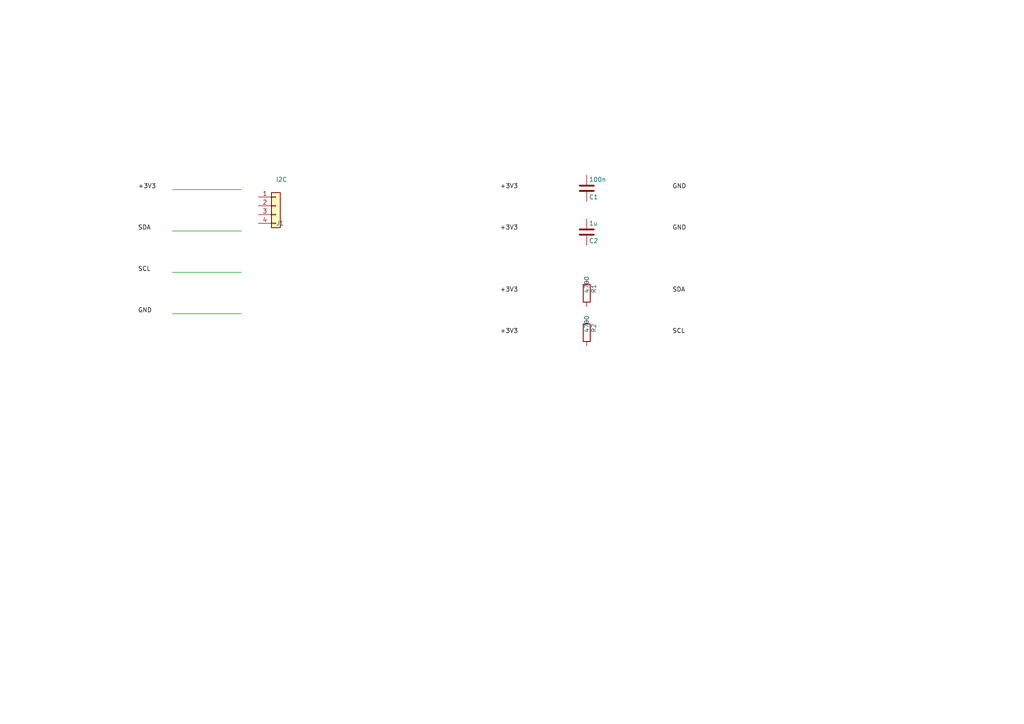
<source format=kicad_sch>
(kicad_sch (version 20250114) (generator "eeschema") (generator_version "9.0")
  (paper "A4")
  (title_block (title "Make_a_3_3V_I2C_breakout_with_4_"))
  (lib_symbols
    (symbol "Connector_Generic:Conn_01x04" (pin_names (offset 1.016) (hide yes))
      (property "Reference" "J" (at 0 5.08 0))
      (property "Value" "Conn_01x04" (at 0 -7.62 0))
      (symbol "Conn_01x04_1_1"
        (rectangle (start -1.27 3.81) (end 1.27 -6.35) (stroke (width 0.254)) (fill (type background)))
        (rectangle (start -1.27 2.667) (end 0 2.413) (stroke (width 0.1524)))
        (rectangle (start -1.27 0.127) (end 0 -0.127) (stroke (width 0.1524)))
        (rectangle (start -1.27 -2.413) (end 0 -2.667) (stroke (width 0.1524)))
        (rectangle (start -1.27 -4.953) (end 0 -5.207) (stroke (width 0.1524)))
        (pin passive line (at -5.08 2.54 0) (length 3.81) (name "Pin_1") (number "1"))
        (pin passive line (at -5.08 0 0) (length 3.81) (name "Pin_2") (number "2"))
        (pin passive line (at -5.08 -2.54 0) (length 3.81) (name "Pin_3") (number "3"))
        (pin passive line (at -5.08 -5.08 0) (length 3.81) (name "Pin_4") (number "4"))
      )
    )
    (symbol "Device:C" (pin_numbers (hide yes)) (pin_names (offset 0.254))
      (property "Reference" "C" (at 0.635 2.54 0))
      (property "Value" "C" (at 0.635 -2.54 0))
      (symbol "C_0_1"
        (polyline (pts (xy -2.032 0.762) (xy 2.032 0.762)) (stroke (width 0.508)))
        (polyline (pts (xy -2.032 -0.762) (xy 2.032 -0.762)) (stroke (width 0.508)))
      )
      (symbol "C_1_1"
        (pin passive line (at 0 3.81 270) (length 2.794) (name "~") (number "1"))
        (pin passive line (at 0 -3.81 90) (length 2.794) (name "~") (number "2"))
      )
    )
    (symbol "Device:R" (pin_numbers (hide yes)) (pin_names (offset 0))
      (property "Reference" "R" (at 2.032 0 90))
      (property "Value" "R" (at 0 0 90))
      (symbol "R_0_1"
        (rectangle (start -1.016 -2.54) (end 1.016 2.54) (stroke (width 0.254)))
      )
      (symbol "R_1_1"
        (pin passive line (at 0 3.81 270) (length 1.27) (name "~") (number "1"))
        (pin passive line (at 0 -3.81 90) (length 1.27) (name "~") (number "2"))
      )
    )
  )
  (symbol (lib_id "Connector_Generic:Conn_01x04") (at 80.01 59.69 0) (unit 1)
    (property "Reference" "J1" (at 80.01 64.77 0.0000) (effects (justify left)))
    (property "Value" "I2C" (at 80.01 52.07 0.0000) (effects (justify left)))
    (property "Footprint" "Connector_PinHeader_2.54mm:PinHeader_1x04_P2.54mm_Vertical" (effects (hide yes)))
  )
  (symbol (lib_id "Device:C") (at 170.18 54.61 0) (unit 1)
    (property "Reference" "C1" (at 170.815 57.15 0.0000) (effects (justify left)))
    (property "Value" "100n" (at 170.815 52.07 0.0000) (effects (justify left)))
    (property "Footprint" "Capacitor_SMD:C_0603_1608Metric" (effects (hide yes)))
  )
  (symbol (lib_id "Device:C") (at 170.18 67.31 0) (unit 1)
    (property "Reference" "C2" (at 170.815 69.85 0.0000) (effects (justify left)))
    (property "Value" "1u" (at 170.815 64.77 0.0000) (effects (justify left)))
    (property "Footprint" "Capacitor_SMD:C_0603_1608Metric" (effects (hide yes)))
  )
  (symbol (lib_id "Device:R") (at 170.18 85.09 0) (unit 1)
    (property "Reference" "R1" (at 172.212 85.09 90) (effects (justify left)))
    (property "Value" "4700" (at 170.18 85.09 90) (effects (justify left)))
    (property "Footprint" "Resistor_SMD:R_0603_1608Metric" (effects (hide yes)))
  )
  (symbol (lib_id "Device:R") (at 170.18 96.52 0) (unit 1)
    (property "Reference" "R2" (at 172.212 96.52 90) (effects (justify left)))
    (property "Value" "4700" (at 170.18 96.52 90) (effects (justify left)))
    (property "Footprint" "Resistor_SMD:R_0603_1608Metric" (effects (hide yes)))
  )
  (wire (pts (xy 50 55) (xy 70 55)))
  (wire (pts (xy 50 67) (xy 70 67)))
  (wire (pts (xy 50 79) (xy 70 79)))
  (wire (pts (xy 50 91) (xy 70 91)))
  (label "+3V3" (at 40 55 0.0000))
  (label "SDA" (at 40 67 0.0000))
  (label "SCL" (at 40 79 0.0000))
  (label "GND" (at 40 91 0.0000))
  (label "+3V3" (at 145 55 0.0000))
  (label "GND" (at 195 55 0.0000))
  (label "+3V3" (at 145 67 0.0000))
  (label "GND" (at 195 67 0.0000))
  (label "+3V3" (at 145 85 0.0000))
  (label "SDA" (at 195 85 0.0000))
  (label "+3V3" (at 145 97 0.0000))
  (label "SCL" (at 195 97 0.0000))
)
</source>
